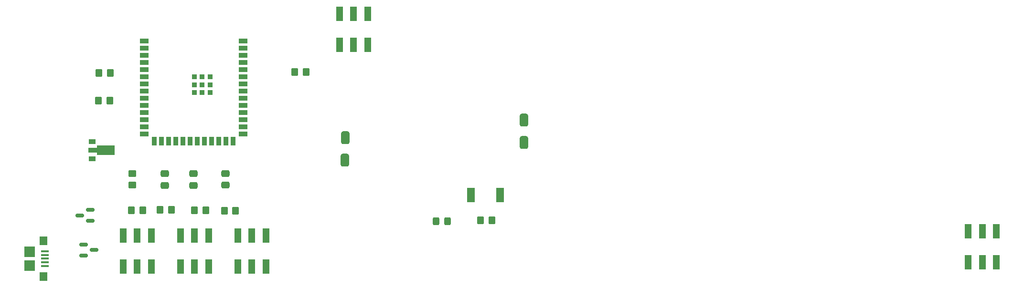
<source format=gbp>
%TF.GenerationSoftware,KiCad,Pcbnew,(6.0.6-0)*%
%TF.CreationDate,2023-03-16T18:01:11-04:00*%
%TF.ProjectId,WrightFlyer,57726967-6874-4466-9c79-65722e6b6963,v01*%
%TF.SameCoordinates,Original*%
%TF.FileFunction,Paste,Bot*%
%TF.FilePolarity,Positive*%
%FSLAX46Y46*%
G04 Gerber Fmt 4.6, Leading zero omitted, Abs format (unit mm)*
G04 Created by KiCad (PCBNEW (6.0.6-0)) date 2023-03-16 18:01:11*
%MOMM*%
%LPD*%
G01*
G04 APERTURE LIST*
G04 Aperture macros list*
%AMRoundRect*
0 Rectangle with rounded corners*
0 $1 Rounding radius*
0 $2 $3 $4 $5 $6 $7 $8 $9 X,Y pos of 4 corners*
0 Add a 4 corners polygon primitive as box body*
4,1,4,$2,$3,$4,$5,$6,$7,$8,$9,$2,$3,0*
0 Add four circle primitives for the rounded corners*
1,1,$1+$1,$2,$3*
1,1,$1+$1,$4,$5*
1,1,$1+$1,$6,$7*
1,1,$1+$1,$8,$9*
0 Add four rect primitives between the rounded corners*
20,1,$1+$1,$2,$3,$4,$5,0*
20,1,$1+$1,$4,$5,$6,$7,0*
20,1,$1+$1,$6,$7,$8,$9,0*
20,1,$1+$1,$8,$9,$2,$3,0*%
%AMFreePoly0*
4,1,9,3.862500,-0.866500,0.737500,-0.866500,0.737500,-0.450000,-0.737500,-0.450000,-0.737500,0.450000,0.737500,0.450000,0.737500,0.866500,3.862500,0.866500,3.862500,-0.866500,3.862500,-0.866500,$1*%
G04 Aperture macros list end*
%ADD10R,1.200000X2.500000*%
%ADD11RoundRect,0.250000X0.350000X0.450000X-0.350000X0.450000X-0.350000X-0.450000X0.350000X-0.450000X0*%
%ADD12RoundRect,0.381000X0.381000X-0.762000X0.381000X0.762000X-0.381000X0.762000X-0.381000X-0.762000X0*%
%ADD13RoundRect,0.150000X-0.587500X-0.150000X0.587500X-0.150000X0.587500X0.150000X-0.587500X0.150000X0*%
%ADD14RoundRect,0.250000X-0.475000X0.337500X-0.475000X-0.337500X0.475000X-0.337500X0.475000X0.337500X0*%
%ADD15RoundRect,0.250000X0.475000X-0.337500X0.475000X0.337500X-0.475000X0.337500X-0.475000X-0.337500X0*%
%ADD16RoundRect,0.250000X-0.350000X-0.450000X0.350000X-0.450000X0.350000X0.450000X-0.350000X0.450000X0*%
%ADD17R,1.400000X2.600000*%
%ADD18RoundRect,0.250000X0.325000X0.450000X-0.325000X0.450000X-0.325000X-0.450000X0.325000X-0.450000X0*%
%ADD19R,1.500000X0.900000*%
%ADD20R,0.900000X1.500000*%
%ADD21R,0.900000X0.900000*%
%ADD22R,1.350000X0.400000*%
%ADD23R,1.400000X1.600000*%
%ADD24R,1.900000X1.900000*%
%ADD25RoundRect,0.150000X0.587500X0.150000X-0.587500X0.150000X-0.587500X-0.150000X0.587500X-0.150000X0*%
%ADD26R,1.300000X0.900000*%
%ADD27FreePoly0,0.000000*%
%ADD28RoundRect,0.250000X-0.450000X0.350000X-0.450000X-0.350000X0.450000X-0.350000X0.450000X0.350000X0*%
G04 APERTURE END LIST*
D10*
%TO.C,SW4*%
X233659800Y-105735700D03*
X233659800Y-111235700D03*
X236159800Y-111235700D03*
X236159800Y-105735700D03*
X238659800Y-105735700D03*
X238659800Y-111235700D03*
%TD*%
D11*
%TO.C,R7*%
X81481000Y-82499800D03*
X79481000Y-82499800D03*
%TD*%
D12*
%TO.C,J2*%
X154904534Y-89993500D03*
X154940000Y-85993500D03*
%TD*%
D11*
%TO.C,R8*%
X81587200Y-77617200D03*
X79587200Y-77617200D03*
%TD*%
D13*
%TO.C,Q2*%
X76863000Y-109985800D03*
X76863000Y-108085800D03*
X78738000Y-109035800D03*
%TD*%
D10*
%TO.C,SW5*%
X109180000Y-111970000D03*
X109180000Y-106470000D03*
X106680000Y-106470000D03*
X106680000Y-111970000D03*
X104180000Y-111970000D03*
X104180000Y-106470000D03*
%TD*%
D14*
%TO.C,C2*%
X96360700Y-95477800D03*
X96360700Y-97552800D03*
%TD*%
D15*
%TO.C,C1*%
X101990000Y-97492900D03*
X101990000Y-95417900D03*
%TD*%
D16*
%TO.C,R2*%
X114313000Y-77404900D03*
X116313000Y-77404900D03*
%TD*%
D14*
%TO.C,C3*%
X91249300Y-95481400D03*
X91249300Y-97556400D03*
%TD*%
D17*
%TO.C,D1*%
X150688900Y-99303800D03*
X145488900Y-99303800D03*
%TD*%
D10*
%TO.C,SW3*%
X94020000Y-111970000D03*
X94020000Y-106470000D03*
X96520000Y-111970000D03*
X96520000Y-106470000D03*
X99020000Y-111970000D03*
X99020000Y-106470000D03*
%TD*%
%TO.C,SW1*%
X127198400Y-67128400D03*
X127198400Y-72628400D03*
X124698400Y-67128400D03*
X124698400Y-72628400D03*
X122198400Y-72628400D03*
X122198400Y-67128400D03*
%TD*%
D18*
%TO.C,D2*%
X141377500Y-103930800D03*
X139327500Y-103930800D03*
%TD*%
D11*
%TO.C,R5*%
X98506300Y-101994300D03*
X96506300Y-101994300D03*
%TD*%
D12*
%TO.C,J1*%
X123190034Y-93068900D03*
X123225500Y-89068900D03*
%TD*%
D19*
%TO.C,U1*%
X105130000Y-71960000D03*
X105130000Y-73230000D03*
X105130000Y-74500000D03*
X105130000Y-75770000D03*
X105130000Y-77040000D03*
X105130000Y-78310000D03*
X105130000Y-79580000D03*
X105130000Y-80850000D03*
X105130000Y-82120000D03*
X105130000Y-83390000D03*
X105130000Y-84660000D03*
X105130000Y-85930000D03*
X105130000Y-87200000D03*
X105130000Y-88470000D03*
D20*
X103365000Y-89720000D03*
X102095000Y-89720000D03*
X100825000Y-89720000D03*
X99555000Y-89720000D03*
X98285000Y-89720000D03*
X97015000Y-89720000D03*
X95745000Y-89720000D03*
X94475000Y-89720000D03*
X93205000Y-89720000D03*
X91935000Y-89720000D03*
X90665000Y-89720000D03*
X89395000Y-89720000D03*
D19*
X87630000Y-88470000D03*
X87630000Y-87200000D03*
X87630000Y-85930000D03*
X87630000Y-84660000D03*
X87630000Y-83390000D03*
X87630000Y-82120000D03*
X87630000Y-80850000D03*
X87630000Y-79580000D03*
X87630000Y-78310000D03*
X87630000Y-77040000D03*
X87630000Y-75770000D03*
X87630000Y-74500000D03*
X87630000Y-73230000D03*
X87630000Y-71960000D03*
D21*
X99280000Y-78280000D03*
X97880000Y-78280000D03*
X96480000Y-81080000D03*
X96480000Y-78280000D03*
X97880000Y-81080000D03*
X96480000Y-79680000D03*
X99280000Y-81080000D03*
X99280000Y-79680000D03*
X97880000Y-79680000D03*
%TD*%
D22*
%TO.C,J3*%
X69985000Y-111860000D03*
X69985000Y-111210000D03*
X69985000Y-110560000D03*
X69985000Y-109910000D03*
X69985000Y-109260000D03*
D23*
X69760000Y-113760000D03*
X69760000Y-107360000D03*
D24*
X67310000Y-109360000D03*
X67310000Y-111760000D03*
%TD*%
D11*
%TO.C,R1*%
X92394900Y-101897900D03*
X90394900Y-101897900D03*
%TD*%
D10*
%TO.C,SW2*%
X83860000Y-106470000D03*
X83860000Y-111970000D03*
X86360000Y-111970000D03*
X86360000Y-106470000D03*
X88860000Y-106470000D03*
X88860000Y-111970000D03*
%TD*%
D25*
%TO.C,Q1*%
X78075000Y-101920000D03*
X78075000Y-103820000D03*
X76200000Y-102870000D03*
%TD*%
D11*
%TO.C,R3*%
X87352600Y-101960900D03*
X85352600Y-101960900D03*
%TD*%
%TO.C,R9*%
X149224700Y-103786700D03*
X147224700Y-103786700D03*
%TD*%
D26*
%TO.C,U2*%
X78360000Y-92807100D03*
D27*
X78447500Y-91307100D03*
D26*
X78360000Y-89807100D03*
%TD*%
D11*
%TO.C,R4*%
X103817900Y-102091200D03*
X101817900Y-102091200D03*
%TD*%
D28*
%TO.C,R6*%
X85476000Y-95462400D03*
X85476000Y-97462400D03*
%TD*%
M02*

</source>
